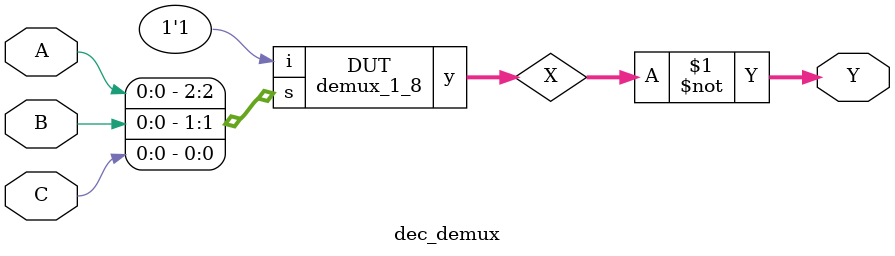
<source format=v>
module demux_1_8(input i,input [2:0]s,output [0:7]y);
assign y[0]=(i & ~s[2] & ~s[1]& ~s[0]);
assign y[1]=(i & ~s[2] & ~s[1]& s[0]);
assign y[2]=(i & ~s[2] & s[1]& ~s[0]);
assign y[3]=(i & ~s[2] & s[1]& s[0]);
assign y[4]=(i & s[2] & ~s[1]& ~s[0]);
assign y[5]=(i & s[2] & ~s[1]& s[0]);
assign y[6]=(i & s[2] & s[1]& ~s[0]);
assign y[7]=(i & s[2] & s[1]& s[0]);
endmodule
module dec_demux(input A,B,C, output [0:7]Y);
wire [0:7]X;
demux_1_8 DUT(1'b1,{A,B,C},X);
assign Y=~X;
endmodule

</source>
